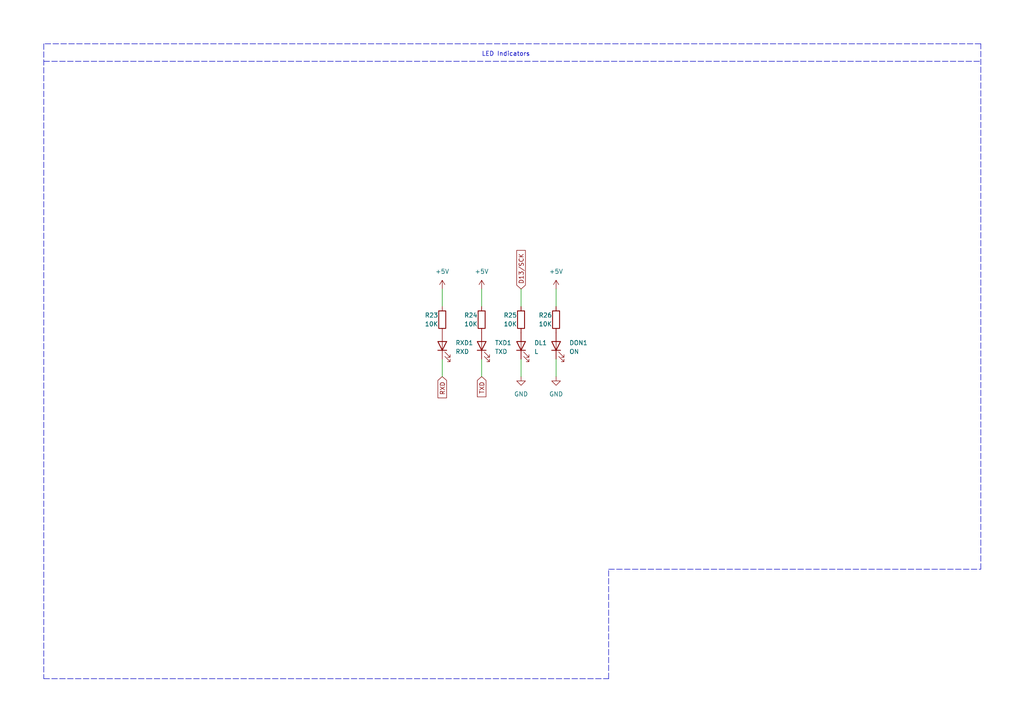
<source format=kicad_sch>
(kicad_sch (version 20210621) (generator eeschema)
  (paper "A4")
  (lib_symbols
    (symbol "Device:LED" (pin_numbers hide) (pin_names (offset 1.016) hide)
      (property "Reference" "D" (at 0 2.54 0))
      (property "Value" "LED" (at 0 -2.54 0))
      (symbol "LED_0_1"
        (polyline (pts (xy -1.27 -1.27) (xy -1.27 1.27)) (stroke (width 0.254)))
        (polyline (pts (xy -1.27 0) (xy 1.27 0)))
        (polyline (pts (xy 1.27 -1.27) (xy 1.27 1.27) (xy -1.27 0) (xy 1.27 -1.27)) (stroke (width 0.254)))
        (polyline (pts (xy -3.048 -0.762) (xy -4.572 -2.286) (xy -3.81 -2.286) (xy -4.572 -2.286) (xy -4.572 -1.524)))
        (polyline (pts (xy -1.778 -0.762) (xy -3.302 -2.286) (xy -2.54 -2.286) (xy -3.302 -2.286) (xy -3.302 -1.524)))
      )
      (symbol "LED_1_1"
        (pin passive line (at -3.81 0 0) (length 2.54) (name "K") (number "1"))
        (pin passive line (at 3.81 0 180) (length 2.54) (name "A") (number "2"))
      )
    )
    (symbol "Device:R" (pin_numbers hide) (pin_names (offset 0))
      (property "Reference" "R" (at 2.032 0 90))
      (property "Value" "R" (at 0 0 90))
      (symbol "R_0_1"
        (rectangle (start -1.016 -2.54) (end 1.016 2.54) (stroke (width 0.254)))
      )
      (symbol "R_1_1"
        (pin passive line (at 0 3.81 270) (length 1.27) (name "~") (number "1"))
        (pin passive line (at 0 -3.81 90) (length 1.27) (name "~") (number "2"))
      )
    )
    (symbol "power:+5V" (power) (pin_names (offset 0))
      (property "Value" "+5V" (at 0 3.556 0))
      (symbol "+5V_0_1"
        (polyline (pts (xy -0.762 1.27) (xy 0 2.54)))
        (polyline (pts (xy 0 0) (xy 0 2.54)))
        (polyline (pts (xy 0 2.54) (xy 0.762 1.27)))
      )
      (symbol "+5V_1_1"
        (pin power_in line (at 0 0 90) (length 0) hide (name "+5V") (number "1"))
      )
    )
    (symbol "power:GND" (power) (pin_names (offset 0))
      (property "Value" "GND" (at 0 -3.81 0))
      (symbol "GND_0_1"
        (polyline (pts (xy 0 0) (xy 0 -1.27) (xy 1.27 -1.27) (xy 0 -2.54) (xy -1.27 -1.27) (xy 0 -1.27)))
      )
      (symbol "GND_1_1"
        (pin power_in line (at 0 0 270) (length 0) hide (name "GND") (number "1"))
      )
    )
  )
  (wire (pts (xy 128.27 83.82) (xy 128.27 88.9)))
  (wire (pts (xy 128.27 109.22) (xy 128.27 104.14)))
  (wire (pts (xy 139.7 83.82) (xy 139.7 88.9)))
  (wire (pts (xy 139.7 109.22) (xy 139.7 104.14)))
  (wire (pts (xy 151.13 83.82) (xy 151.13 88.9)))
  (wire (pts (xy 151.13 109.22) (xy 151.13 104.14)))
  (wire (pts (xy 161.29 83.82) (xy 161.29 88.9)))
  (wire (pts (xy 161.29 109.22) (xy 161.29 104.14)))
  (polyline (pts (xy 12.7 12.7) (xy 12.7 196.85)))
  (polyline (pts (xy 12.7 17.78) (xy 284.48 17.78)))
  (polyline (pts (xy 12.7 196.85) (xy 176.53 196.85)))
  (polyline (pts (xy 176.53 165.1) (xy 284.48 165.1)))
  (polyline (pts (xy 176.53 196.85) (xy 176.53 165.1)))
  (polyline (pts (xy 284.48 12.7) (xy 12.7 12.7)))
  (polyline (pts (xy 284.48 165.1) (xy 284.48 12.7)))
  (text "LED Indicators" (at 139.7 16.51 0) (effects (font (size 1.27 1.27)) (justify left bottom)))
  (global_label "RXD" (shape input) (at 128.27 109.22 270) (property "Intersheet References" "${INTERSHEET_REFS}" (effects hide)))
  (global_label "TXD" (shape input) (at 139.7 109.22 270) (property "Intersheet References" "${INTERSHEET_REFS}" (effects hide)))
  (global_label "D13{slash}SCK" (shape input) (at 151.13 83.82 90) (property "Intersheet References" "${INTERSHEET_REFS}" (effects hide)))
  (symbol (lib_id "power:+5V") (at 128.27 83.82 0) (unit 1)
    (property "Reference" "#PWR063" (effects hide))
    (property "Value" "+5V" (at 128.27 78.74 0))
  )
  (symbol (lib_id "power:+5V") (at 139.7 83.82 0) (unit 1)
    (property "Reference" "#PWR064" (effects hide))
    (property "Value" "+5V" (at 139.7 78.74 0))
  )
  (symbol (lib_id "power:+5V") (at 161.29 83.82 0) (unit 1)
    (property "Reference" "#PWR065" (effects hide))
    (property "Value" "+5V" (at 161.29 78.74 0))
  )
  (symbol (lib_id "power:GND") (at 151.13 109.22 0) (unit 1)
    (property "Reference" "#PWR066" (effects hide))
    (property "Value" "GND" (at 151.13 114.3 0))
  )
  (symbol (lib_id "power:GND") (at 161.29 109.22 0) (unit 1)
    (property "Reference" "#PWR067" (effects hide))
    (property "Value" "GND" (at 161.29 114.3 0))
  )
  (symbol (lib_id "Device:R") (at 128.27 92.71 0) (unit 1)
    (property "Reference" "R23" (at 123.19 91.4399 0) (effects (justify left)))
    (property "Value" "10K" (at 123.19 93.9799 0) (effects (justify left)))
    (property "Footprint" "Resistor_SMD:R_0805_2012Metric" (effects hide))
  )
  (symbol (lib_id "Device:R") (at 139.7 92.71 0) (unit 1)
    (property "Reference" "R24" (at 134.62 91.4399 0) (effects (justify left)))
    (property "Value" "10K" (at 134.62 93.9799 0) (effects (justify left)))
    (property "Footprint" "Resistor_SMD:R_0805_2012Metric" (effects hide))
  )
  (symbol (lib_id "Device:R") (at 151.13 92.71 0) (unit 1)
    (property "Reference" "R25" (at 146.05 91.4399 0) (effects (justify left)))
    (property "Value" "10K" (at 146.05 93.9799 0) (effects (justify left)))
    (property "Footprint" "Resistor_SMD:R_0805_2012Metric" (effects hide))
  )
  (symbol (lib_id "Device:R") (at 161.29 92.71 0) (unit 1)
    (property "Reference" "R26" (at 156.21 91.4399 0) (effects (justify left)))
    (property "Value" "10K" (at 156.21 93.9799 0) (effects (justify left)))
    (property "Footprint" "Resistor_SMD:R_0805_2012Metric" (effects hide))
  )
  (symbol (lib_id "Device:LED") (at 128.27 100.33 90) (unit 1)
    (property "Reference" "RXD1" (at 132.08 99.4409 90) (effects (justify right)))
    (property "Value" "RXD" (at 132.08 101.9809 90) (effects (justify right)))
    (property "Footprint" "LED_SMD:LED_0603_1608Metric" (effects hide))
  )
  (symbol (lib_id "Device:LED") (at 139.7 100.33 90) (unit 1)
    (property "Reference" "TXD1" (at 143.51 99.4409 90) (effects (justify right)))
    (property "Value" "TXD" (at 143.51 101.9809 90) (effects (justify right)))
    (property "Footprint" "LED_SMD:LED_0603_1608Metric" (effects hide))
  )
  (symbol (lib_id "Device:LED") (at 151.13 100.33 90) (unit 1)
    (property "Reference" "DL1" (at 154.94 99.4409 90) (effects (justify right)))
    (property "Value" "L" (at 154.94 101.9809 90) (effects (justify right)))
    (property "Footprint" "LED_SMD:LED_0603_1608Metric" (effects hide))
  )
  (symbol (lib_id "Device:LED") (at 161.29 100.33 90) (unit 1)
    (property "Reference" "DON1" (at 165.1 99.4409 90) (effects (justify right)))
    (property "Value" "ON" (at 165.1 101.9809 90) (effects (justify right)))
    (property "Footprint" "LED_SMD:LED_0603_1608Metric" (effects hide))
  )
)
</source>
